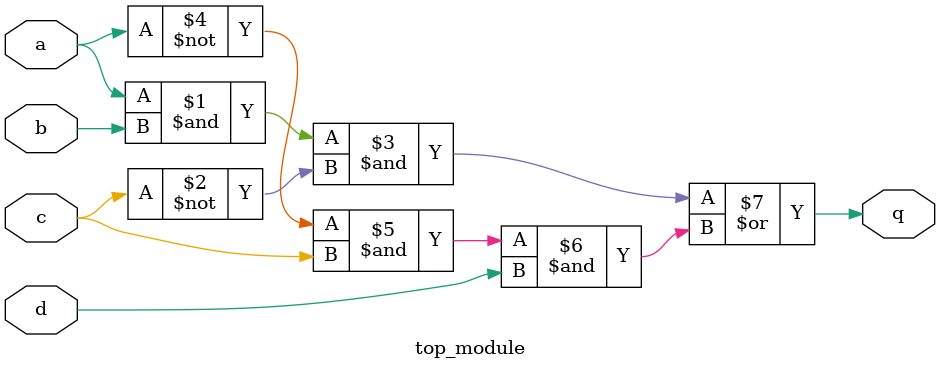
<source format=sv>
module top_module (
	input a, 
	input b, 
	input c, 
	input d,
	output q
);
	assign q = (a & b & ~c) | (~a & c & d);
endmodule

</source>
